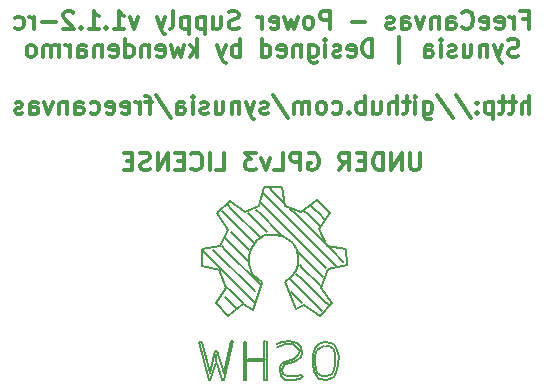
<source format=gbo>
G04 #@! TF.FileFunction,Legend,Bot*
%FSLAX46Y46*%
G04 Gerber Fmt 4.6, Leading zero omitted, Abs format (unit mm)*
G04 Created by KiCad (PCBNEW 0.201508110901+6083~28~ubuntu14.04.1-product) date mar 18 ago 2015 19:46:52 CEST*
%MOMM*%
G01*
G04 APERTURE LIST*
%ADD10C,0.101600*%
%ADD11C,0.300000*%
%ADD12C,0.150000*%
G04 APERTURE END LIST*
D10*
D11*
X143769284Y-54852857D02*
X144269284Y-54852857D01*
X144269284Y-55638571D02*
X144269284Y-54138571D01*
X143554998Y-54138571D01*
X142983570Y-55638571D02*
X142983570Y-54638571D01*
X142983570Y-54924286D02*
X142912142Y-54781429D01*
X142840713Y-54710000D01*
X142697856Y-54638571D01*
X142554999Y-54638571D01*
X141483571Y-55567143D02*
X141626428Y-55638571D01*
X141912142Y-55638571D01*
X142054999Y-55567143D01*
X142126428Y-55424286D01*
X142126428Y-54852857D01*
X142054999Y-54710000D01*
X141912142Y-54638571D01*
X141626428Y-54638571D01*
X141483571Y-54710000D01*
X141412142Y-54852857D01*
X141412142Y-54995714D01*
X142126428Y-55138571D01*
X140197857Y-55567143D02*
X140340714Y-55638571D01*
X140626428Y-55638571D01*
X140769285Y-55567143D01*
X140840714Y-55424286D01*
X140840714Y-54852857D01*
X140769285Y-54710000D01*
X140626428Y-54638571D01*
X140340714Y-54638571D01*
X140197857Y-54710000D01*
X140126428Y-54852857D01*
X140126428Y-54995714D01*
X140840714Y-55138571D01*
X138626428Y-55495714D02*
X138697857Y-55567143D01*
X138912143Y-55638571D01*
X139055000Y-55638571D01*
X139269285Y-55567143D01*
X139412143Y-55424286D01*
X139483571Y-55281429D01*
X139555000Y-54995714D01*
X139555000Y-54781429D01*
X139483571Y-54495714D01*
X139412143Y-54352857D01*
X139269285Y-54210000D01*
X139055000Y-54138571D01*
X138912143Y-54138571D01*
X138697857Y-54210000D01*
X138626428Y-54281429D01*
X137340714Y-55638571D02*
X137340714Y-54852857D01*
X137412143Y-54710000D01*
X137555000Y-54638571D01*
X137840714Y-54638571D01*
X137983571Y-54710000D01*
X137340714Y-55567143D02*
X137483571Y-55638571D01*
X137840714Y-55638571D01*
X137983571Y-55567143D01*
X138055000Y-55424286D01*
X138055000Y-55281429D01*
X137983571Y-55138571D01*
X137840714Y-55067143D01*
X137483571Y-55067143D01*
X137340714Y-54995714D01*
X136626428Y-54638571D02*
X136626428Y-55638571D01*
X136626428Y-54781429D02*
X136555000Y-54710000D01*
X136412142Y-54638571D01*
X136197857Y-54638571D01*
X136055000Y-54710000D01*
X135983571Y-54852857D01*
X135983571Y-55638571D01*
X135412142Y-54638571D02*
X135054999Y-55638571D01*
X134697857Y-54638571D01*
X133483571Y-55638571D02*
X133483571Y-54852857D01*
X133555000Y-54710000D01*
X133697857Y-54638571D01*
X133983571Y-54638571D01*
X134126428Y-54710000D01*
X133483571Y-55567143D02*
X133626428Y-55638571D01*
X133983571Y-55638571D01*
X134126428Y-55567143D01*
X134197857Y-55424286D01*
X134197857Y-55281429D01*
X134126428Y-55138571D01*
X133983571Y-55067143D01*
X133626428Y-55067143D01*
X133483571Y-54995714D01*
X132840714Y-55567143D02*
X132697857Y-55638571D01*
X132412142Y-55638571D01*
X132269285Y-55567143D01*
X132197857Y-55424286D01*
X132197857Y-55352857D01*
X132269285Y-55210000D01*
X132412142Y-55138571D01*
X132626428Y-55138571D01*
X132769285Y-55067143D01*
X132840714Y-54924286D01*
X132840714Y-54852857D01*
X132769285Y-54710000D01*
X132626428Y-54638571D01*
X132412142Y-54638571D01*
X132269285Y-54710000D01*
X130412142Y-55067143D02*
X129269285Y-55067143D01*
X127412142Y-55638571D02*
X127412142Y-54138571D01*
X126840714Y-54138571D01*
X126697856Y-54210000D01*
X126626428Y-54281429D01*
X126554999Y-54424286D01*
X126554999Y-54638571D01*
X126626428Y-54781429D01*
X126697856Y-54852857D01*
X126840714Y-54924286D01*
X127412142Y-54924286D01*
X125697856Y-55638571D02*
X125840714Y-55567143D01*
X125912142Y-55495714D01*
X125983571Y-55352857D01*
X125983571Y-54924286D01*
X125912142Y-54781429D01*
X125840714Y-54710000D01*
X125697856Y-54638571D01*
X125483571Y-54638571D01*
X125340714Y-54710000D01*
X125269285Y-54781429D01*
X125197856Y-54924286D01*
X125197856Y-55352857D01*
X125269285Y-55495714D01*
X125340714Y-55567143D01*
X125483571Y-55638571D01*
X125697856Y-55638571D01*
X124697856Y-54638571D02*
X124412142Y-55638571D01*
X124126428Y-54924286D01*
X123840713Y-55638571D01*
X123554999Y-54638571D01*
X122412142Y-55567143D02*
X122554999Y-55638571D01*
X122840713Y-55638571D01*
X122983570Y-55567143D01*
X123054999Y-55424286D01*
X123054999Y-54852857D01*
X122983570Y-54710000D01*
X122840713Y-54638571D01*
X122554999Y-54638571D01*
X122412142Y-54710000D01*
X122340713Y-54852857D01*
X122340713Y-54995714D01*
X123054999Y-55138571D01*
X121697856Y-55638571D02*
X121697856Y-54638571D01*
X121697856Y-54924286D02*
X121626428Y-54781429D01*
X121554999Y-54710000D01*
X121412142Y-54638571D01*
X121269285Y-54638571D01*
X119697857Y-55567143D02*
X119483571Y-55638571D01*
X119126428Y-55638571D01*
X118983571Y-55567143D01*
X118912142Y-55495714D01*
X118840714Y-55352857D01*
X118840714Y-55210000D01*
X118912142Y-55067143D01*
X118983571Y-54995714D01*
X119126428Y-54924286D01*
X119412142Y-54852857D01*
X119555000Y-54781429D01*
X119626428Y-54710000D01*
X119697857Y-54567143D01*
X119697857Y-54424286D01*
X119626428Y-54281429D01*
X119555000Y-54210000D01*
X119412142Y-54138571D01*
X119055000Y-54138571D01*
X118840714Y-54210000D01*
X117555000Y-54638571D02*
X117555000Y-55638571D01*
X118197857Y-54638571D02*
X118197857Y-55424286D01*
X118126429Y-55567143D01*
X117983571Y-55638571D01*
X117769286Y-55638571D01*
X117626429Y-55567143D01*
X117555000Y-55495714D01*
X116840714Y-54638571D02*
X116840714Y-56138571D01*
X116840714Y-54710000D02*
X116697857Y-54638571D01*
X116412143Y-54638571D01*
X116269286Y-54710000D01*
X116197857Y-54781429D01*
X116126428Y-54924286D01*
X116126428Y-55352857D01*
X116197857Y-55495714D01*
X116269286Y-55567143D01*
X116412143Y-55638571D01*
X116697857Y-55638571D01*
X116840714Y-55567143D01*
X115483571Y-54638571D02*
X115483571Y-56138571D01*
X115483571Y-54710000D02*
X115340714Y-54638571D01*
X115055000Y-54638571D01*
X114912143Y-54710000D01*
X114840714Y-54781429D01*
X114769285Y-54924286D01*
X114769285Y-55352857D01*
X114840714Y-55495714D01*
X114912143Y-55567143D01*
X115055000Y-55638571D01*
X115340714Y-55638571D01*
X115483571Y-55567143D01*
X113912142Y-55638571D02*
X114055000Y-55567143D01*
X114126428Y-55424286D01*
X114126428Y-54138571D01*
X113483571Y-54638571D02*
X113126428Y-55638571D01*
X112769286Y-54638571D02*
X113126428Y-55638571D01*
X113269286Y-55995714D01*
X113340714Y-56067143D01*
X113483571Y-56138571D01*
X111197857Y-54638571D02*
X110840714Y-55638571D01*
X110483572Y-54638571D01*
X109126429Y-55638571D02*
X109983572Y-55638571D01*
X109555000Y-55638571D02*
X109555000Y-54138571D01*
X109697857Y-54352857D01*
X109840715Y-54495714D01*
X109983572Y-54567143D01*
X108483572Y-55495714D02*
X108412144Y-55567143D01*
X108483572Y-55638571D01*
X108555001Y-55567143D01*
X108483572Y-55495714D01*
X108483572Y-55638571D01*
X106983572Y-55638571D02*
X107840715Y-55638571D01*
X107412143Y-55638571D02*
X107412143Y-54138571D01*
X107555000Y-54352857D01*
X107697858Y-54495714D01*
X107840715Y-54567143D01*
X106340715Y-55495714D02*
X106269287Y-55567143D01*
X106340715Y-55638571D01*
X106412144Y-55567143D01*
X106340715Y-55495714D01*
X106340715Y-55638571D01*
X105697858Y-54281429D02*
X105626429Y-54210000D01*
X105483572Y-54138571D01*
X105126429Y-54138571D01*
X104983572Y-54210000D01*
X104912143Y-54281429D01*
X104840715Y-54424286D01*
X104840715Y-54567143D01*
X104912143Y-54781429D01*
X105769286Y-55638571D01*
X104840715Y-55638571D01*
X104197858Y-55067143D02*
X103055001Y-55067143D01*
X102340715Y-55638571D02*
X102340715Y-54638571D01*
X102340715Y-54924286D02*
X102269287Y-54781429D01*
X102197858Y-54710000D01*
X102055001Y-54638571D01*
X101912144Y-54638571D01*
X100769287Y-55567143D02*
X100912144Y-55638571D01*
X101197858Y-55638571D01*
X101340716Y-55567143D01*
X101412144Y-55495714D01*
X101483573Y-55352857D01*
X101483573Y-54924286D01*
X101412144Y-54781429D01*
X101340716Y-54710000D01*
X101197858Y-54638571D01*
X100912144Y-54638571D01*
X100769287Y-54710000D01*
X143376429Y-57967143D02*
X143162143Y-58038571D01*
X142805000Y-58038571D01*
X142662143Y-57967143D01*
X142590714Y-57895714D01*
X142519286Y-57752857D01*
X142519286Y-57610000D01*
X142590714Y-57467143D01*
X142662143Y-57395714D01*
X142805000Y-57324286D01*
X143090714Y-57252857D01*
X143233572Y-57181429D01*
X143305000Y-57110000D01*
X143376429Y-56967143D01*
X143376429Y-56824286D01*
X143305000Y-56681429D01*
X143233572Y-56610000D01*
X143090714Y-56538571D01*
X142733572Y-56538571D01*
X142519286Y-56610000D01*
X142019286Y-57038571D02*
X141662143Y-58038571D01*
X141305001Y-57038571D02*
X141662143Y-58038571D01*
X141805001Y-58395714D01*
X141876429Y-58467143D01*
X142019286Y-58538571D01*
X140733572Y-57038571D02*
X140733572Y-58038571D01*
X140733572Y-57181429D02*
X140662144Y-57110000D01*
X140519286Y-57038571D01*
X140305001Y-57038571D01*
X140162144Y-57110000D01*
X140090715Y-57252857D01*
X140090715Y-58038571D01*
X138733572Y-57038571D02*
X138733572Y-58038571D01*
X139376429Y-57038571D02*
X139376429Y-57824286D01*
X139305001Y-57967143D01*
X139162143Y-58038571D01*
X138947858Y-58038571D01*
X138805001Y-57967143D01*
X138733572Y-57895714D01*
X138090715Y-57967143D02*
X137947858Y-58038571D01*
X137662143Y-58038571D01*
X137519286Y-57967143D01*
X137447858Y-57824286D01*
X137447858Y-57752857D01*
X137519286Y-57610000D01*
X137662143Y-57538571D01*
X137876429Y-57538571D01*
X138019286Y-57467143D01*
X138090715Y-57324286D01*
X138090715Y-57252857D01*
X138019286Y-57110000D01*
X137876429Y-57038571D01*
X137662143Y-57038571D01*
X137519286Y-57110000D01*
X136805000Y-58038571D02*
X136805000Y-57038571D01*
X136805000Y-56538571D02*
X136876429Y-56610000D01*
X136805000Y-56681429D01*
X136733572Y-56610000D01*
X136805000Y-56538571D01*
X136805000Y-56681429D01*
X135447857Y-58038571D02*
X135447857Y-57252857D01*
X135519286Y-57110000D01*
X135662143Y-57038571D01*
X135947857Y-57038571D01*
X136090714Y-57110000D01*
X135447857Y-57967143D02*
X135590714Y-58038571D01*
X135947857Y-58038571D01*
X136090714Y-57967143D01*
X136162143Y-57824286D01*
X136162143Y-57681429D01*
X136090714Y-57538571D01*
X135947857Y-57467143D01*
X135590714Y-57467143D01*
X135447857Y-57395714D01*
X133233571Y-58538571D02*
X133233571Y-56395714D01*
X131019286Y-58038571D02*
X131019286Y-56538571D01*
X130662143Y-56538571D01*
X130447858Y-56610000D01*
X130305000Y-56752857D01*
X130233572Y-56895714D01*
X130162143Y-57181429D01*
X130162143Y-57395714D01*
X130233572Y-57681429D01*
X130305000Y-57824286D01*
X130447858Y-57967143D01*
X130662143Y-58038571D01*
X131019286Y-58038571D01*
X128947858Y-57967143D02*
X129090715Y-58038571D01*
X129376429Y-58038571D01*
X129519286Y-57967143D01*
X129590715Y-57824286D01*
X129590715Y-57252857D01*
X129519286Y-57110000D01*
X129376429Y-57038571D01*
X129090715Y-57038571D01*
X128947858Y-57110000D01*
X128876429Y-57252857D01*
X128876429Y-57395714D01*
X129590715Y-57538571D01*
X128305001Y-57967143D02*
X128162144Y-58038571D01*
X127876429Y-58038571D01*
X127733572Y-57967143D01*
X127662144Y-57824286D01*
X127662144Y-57752857D01*
X127733572Y-57610000D01*
X127876429Y-57538571D01*
X128090715Y-57538571D01*
X128233572Y-57467143D01*
X128305001Y-57324286D01*
X128305001Y-57252857D01*
X128233572Y-57110000D01*
X128090715Y-57038571D01*
X127876429Y-57038571D01*
X127733572Y-57110000D01*
X127019286Y-58038571D02*
X127019286Y-57038571D01*
X127019286Y-56538571D02*
X127090715Y-56610000D01*
X127019286Y-56681429D01*
X126947858Y-56610000D01*
X127019286Y-56538571D01*
X127019286Y-56681429D01*
X125662143Y-57038571D02*
X125662143Y-58252857D01*
X125733572Y-58395714D01*
X125805000Y-58467143D01*
X125947857Y-58538571D01*
X126162143Y-58538571D01*
X126305000Y-58467143D01*
X125662143Y-57967143D02*
X125805000Y-58038571D01*
X126090714Y-58038571D01*
X126233572Y-57967143D01*
X126305000Y-57895714D01*
X126376429Y-57752857D01*
X126376429Y-57324286D01*
X126305000Y-57181429D01*
X126233572Y-57110000D01*
X126090714Y-57038571D01*
X125805000Y-57038571D01*
X125662143Y-57110000D01*
X124947857Y-57038571D02*
X124947857Y-58038571D01*
X124947857Y-57181429D02*
X124876429Y-57110000D01*
X124733571Y-57038571D01*
X124519286Y-57038571D01*
X124376429Y-57110000D01*
X124305000Y-57252857D01*
X124305000Y-58038571D01*
X123019286Y-57967143D02*
X123162143Y-58038571D01*
X123447857Y-58038571D01*
X123590714Y-57967143D01*
X123662143Y-57824286D01*
X123662143Y-57252857D01*
X123590714Y-57110000D01*
X123447857Y-57038571D01*
X123162143Y-57038571D01*
X123019286Y-57110000D01*
X122947857Y-57252857D01*
X122947857Y-57395714D01*
X123662143Y-57538571D01*
X121662143Y-58038571D02*
X121662143Y-56538571D01*
X121662143Y-57967143D02*
X121805000Y-58038571D01*
X122090714Y-58038571D01*
X122233572Y-57967143D01*
X122305000Y-57895714D01*
X122376429Y-57752857D01*
X122376429Y-57324286D01*
X122305000Y-57181429D01*
X122233572Y-57110000D01*
X122090714Y-57038571D01*
X121805000Y-57038571D01*
X121662143Y-57110000D01*
X119805000Y-58038571D02*
X119805000Y-56538571D01*
X119805000Y-57110000D02*
X119662143Y-57038571D01*
X119376429Y-57038571D01*
X119233572Y-57110000D01*
X119162143Y-57181429D01*
X119090714Y-57324286D01*
X119090714Y-57752857D01*
X119162143Y-57895714D01*
X119233572Y-57967143D01*
X119376429Y-58038571D01*
X119662143Y-58038571D01*
X119805000Y-57967143D01*
X118590714Y-57038571D02*
X118233571Y-58038571D01*
X117876429Y-57038571D02*
X118233571Y-58038571D01*
X118376429Y-58395714D01*
X118447857Y-58467143D01*
X118590714Y-58538571D01*
X116162143Y-58038571D02*
X116162143Y-56538571D01*
X116019286Y-57467143D02*
X115590715Y-58038571D01*
X115590715Y-57038571D02*
X116162143Y-57610000D01*
X115090714Y-57038571D02*
X114805000Y-58038571D01*
X114519286Y-57324286D01*
X114233571Y-58038571D01*
X113947857Y-57038571D01*
X112805000Y-57967143D02*
X112947857Y-58038571D01*
X113233571Y-58038571D01*
X113376428Y-57967143D01*
X113447857Y-57824286D01*
X113447857Y-57252857D01*
X113376428Y-57110000D01*
X113233571Y-57038571D01*
X112947857Y-57038571D01*
X112805000Y-57110000D01*
X112733571Y-57252857D01*
X112733571Y-57395714D01*
X113447857Y-57538571D01*
X112090714Y-57038571D02*
X112090714Y-58038571D01*
X112090714Y-57181429D02*
X112019286Y-57110000D01*
X111876428Y-57038571D01*
X111662143Y-57038571D01*
X111519286Y-57110000D01*
X111447857Y-57252857D01*
X111447857Y-58038571D01*
X110090714Y-58038571D02*
X110090714Y-56538571D01*
X110090714Y-57967143D02*
X110233571Y-58038571D01*
X110519285Y-58038571D01*
X110662143Y-57967143D01*
X110733571Y-57895714D01*
X110805000Y-57752857D01*
X110805000Y-57324286D01*
X110733571Y-57181429D01*
X110662143Y-57110000D01*
X110519285Y-57038571D01*
X110233571Y-57038571D01*
X110090714Y-57110000D01*
X108805000Y-57967143D02*
X108947857Y-58038571D01*
X109233571Y-58038571D01*
X109376428Y-57967143D01*
X109447857Y-57824286D01*
X109447857Y-57252857D01*
X109376428Y-57110000D01*
X109233571Y-57038571D01*
X108947857Y-57038571D01*
X108805000Y-57110000D01*
X108733571Y-57252857D01*
X108733571Y-57395714D01*
X109447857Y-57538571D01*
X108090714Y-57038571D02*
X108090714Y-58038571D01*
X108090714Y-57181429D02*
X108019286Y-57110000D01*
X107876428Y-57038571D01*
X107662143Y-57038571D01*
X107519286Y-57110000D01*
X107447857Y-57252857D01*
X107447857Y-58038571D01*
X106090714Y-58038571D02*
X106090714Y-57252857D01*
X106162143Y-57110000D01*
X106305000Y-57038571D01*
X106590714Y-57038571D01*
X106733571Y-57110000D01*
X106090714Y-57967143D02*
X106233571Y-58038571D01*
X106590714Y-58038571D01*
X106733571Y-57967143D01*
X106805000Y-57824286D01*
X106805000Y-57681429D01*
X106733571Y-57538571D01*
X106590714Y-57467143D01*
X106233571Y-57467143D01*
X106090714Y-57395714D01*
X105376428Y-58038571D02*
X105376428Y-57038571D01*
X105376428Y-57324286D02*
X105305000Y-57181429D01*
X105233571Y-57110000D01*
X105090714Y-57038571D01*
X104947857Y-57038571D01*
X104447857Y-58038571D02*
X104447857Y-57038571D01*
X104447857Y-57181429D02*
X104376429Y-57110000D01*
X104233571Y-57038571D01*
X104019286Y-57038571D01*
X103876429Y-57110000D01*
X103805000Y-57252857D01*
X103805000Y-58038571D01*
X103805000Y-57252857D02*
X103733571Y-57110000D01*
X103590714Y-57038571D01*
X103376429Y-57038571D01*
X103233571Y-57110000D01*
X103162143Y-57252857D01*
X103162143Y-58038571D01*
X102233571Y-58038571D02*
X102376429Y-57967143D01*
X102447857Y-57895714D01*
X102519286Y-57752857D01*
X102519286Y-57324286D01*
X102447857Y-57181429D01*
X102376429Y-57110000D01*
X102233571Y-57038571D01*
X102019286Y-57038571D01*
X101876429Y-57110000D01*
X101805000Y-57181429D01*
X101733571Y-57324286D01*
X101733571Y-57752857D01*
X101805000Y-57895714D01*
X101876429Y-57967143D01*
X102019286Y-58038571D01*
X102233571Y-58038571D01*
X144305002Y-62838571D02*
X144305002Y-61338571D01*
X143662145Y-62838571D02*
X143662145Y-62052857D01*
X143733574Y-61910000D01*
X143876431Y-61838571D01*
X144090716Y-61838571D01*
X144233574Y-61910000D01*
X144305002Y-61981429D01*
X143162145Y-61838571D02*
X142590716Y-61838571D01*
X142947859Y-61338571D02*
X142947859Y-62624286D01*
X142876431Y-62767143D01*
X142733573Y-62838571D01*
X142590716Y-62838571D01*
X142305002Y-61838571D02*
X141733573Y-61838571D01*
X142090716Y-61338571D02*
X142090716Y-62624286D01*
X142019288Y-62767143D01*
X141876430Y-62838571D01*
X141733573Y-62838571D01*
X141233573Y-61838571D02*
X141233573Y-63338571D01*
X141233573Y-61910000D02*
X141090716Y-61838571D01*
X140805002Y-61838571D01*
X140662145Y-61910000D01*
X140590716Y-61981429D01*
X140519287Y-62124286D01*
X140519287Y-62552857D01*
X140590716Y-62695714D01*
X140662145Y-62767143D01*
X140805002Y-62838571D01*
X141090716Y-62838571D01*
X141233573Y-62767143D01*
X139876430Y-62695714D02*
X139805002Y-62767143D01*
X139876430Y-62838571D01*
X139947859Y-62767143D01*
X139876430Y-62695714D01*
X139876430Y-62838571D01*
X139876430Y-61910000D02*
X139805002Y-61981429D01*
X139876430Y-62052857D01*
X139947859Y-61981429D01*
X139876430Y-61910000D01*
X139876430Y-62052857D01*
X138090716Y-61267143D02*
X139376430Y-63195714D01*
X136519287Y-61267143D02*
X137805001Y-63195714D01*
X135376429Y-61838571D02*
X135376429Y-63052857D01*
X135447858Y-63195714D01*
X135519286Y-63267143D01*
X135662143Y-63338571D01*
X135876429Y-63338571D01*
X136019286Y-63267143D01*
X135376429Y-62767143D02*
X135519286Y-62838571D01*
X135805000Y-62838571D01*
X135947858Y-62767143D01*
X136019286Y-62695714D01*
X136090715Y-62552857D01*
X136090715Y-62124286D01*
X136019286Y-61981429D01*
X135947858Y-61910000D01*
X135805000Y-61838571D01*
X135519286Y-61838571D01*
X135376429Y-61910000D01*
X134662143Y-62838571D02*
X134662143Y-61838571D01*
X134662143Y-61338571D02*
X134733572Y-61410000D01*
X134662143Y-61481429D01*
X134590715Y-61410000D01*
X134662143Y-61338571D01*
X134662143Y-61481429D01*
X134162143Y-61838571D02*
X133590714Y-61838571D01*
X133947857Y-61338571D02*
X133947857Y-62624286D01*
X133876429Y-62767143D01*
X133733571Y-62838571D01*
X133590714Y-62838571D01*
X133090714Y-62838571D02*
X133090714Y-61338571D01*
X132447857Y-62838571D02*
X132447857Y-62052857D01*
X132519286Y-61910000D01*
X132662143Y-61838571D01*
X132876428Y-61838571D01*
X133019286Y-61910000D01*
X133090714Y-61981429D01*
X131090714Y-61838571D02*
X131090714Y-62838571D01*
X131733571Y-61838571D02*
X131733571Y-62624286D01*
X131662143Y-62767143D01*
X131519285Y-62838571D01*
X131305000Y-62838571D01*
X131162143Y-62767143D01*
X131090714Y-62695714D01*
X130376428Y-62838571D02*
X130376428Y-61338571D01*
X130376428Y-61910000D02*
X130233571Y-61838571D01*
X129947857Y-61838571D01*
X129805000Y-61910000D01*
X129733571Y-61981429D01*
X129662142Y-62124286D01*
X129662142Y-62552857D01*
X129733571Y-62695714D01*
X129805000Y-62767143D01*
X129947857Y-62838571D01*
X130233571Y-62838571D01*
X130376428Y-62767143D01*
X129019285Y-62695714D02*
X128947857Y-62767143D01*
X129019285Y-62838571D01*
X129090714Y-62767143D01*
X129019285Y-62695714D01*
X129019285Y-62838571D01*
X127662142Y-62767143D02*
X127804999Y-62838571D01*
X128090713Y-62838571D01*
X128233571Y-62767143D01*
X128304999Y-62695714D01*
X128376428Y-62552857D01*
X128376428Y-62124286D01*
X128304999Y-61981429D01*
X128233571Y-61910000D01*
X128090713Y-61838571D01*
X127804999Y-61838571D01*
X127662142Y-61910000D01*
X126804999Y-62838571D02*
X126947857Y-62767143D01*
X127019285Y-62695714D01*
X127090714Y-62552857D01*
X127090714Y-62124286D01*
X127019285Y-61981429D01*
X126947857Y-61910000D01*
X126804999Y-61838571D01*
X126590714Y-61838571D01*
X126447857Y-61910000D01*
X126376428Y-61981429D01*
X126304999Y-62124286D01*
X126304999Y-62552857D01*
X126376428Y-62695714D01*
X126447857Y-62767143D01*
X126590714Y-62838571D01*
X126804999Y-62838571D01*
X125662142Y-62838571D02*
X125662142Y-61838571D01*
X125662142Y-61981429D02*
X125590714Y-61910000D01*
X125447856Y-61838571D01*
X125233571Y-61838571D01*
X125090714Y-61910000D01*
X125019285Y-62052857D01*
X125019285Y-62838571D01*
X125019285Y-62052857D02*
X124947856Y-61910000D01*
X124804999Y-61838571D01*
X124590714Y-61838571D01*
X124447856Y-61910000D01*
X124376428Y-62052857D01*
X124376428Y-62838571D01*
X122590714Y-61267143D02*
X123876428Y-63195714D01*
X122162142Y-62767143D02*
X122019285Y-62838571D01*
X121733570Y-62838571D01*
X121590713Y-62767143D01*
X121519285Y-62624286D01*
X121519285Y-62552857D01*
X121590713Y-62410000D01*
X121733570Y-62338571D01*
X121947856Y-62338571D01*
X122090713Y-62267143D01*
X122162142Y-62124286D01*
X122162142Y-62052857D01*
X122090713Y-61910000D01*
X121947856Y-61838571D01*
X121733570Y-61838571D01*
X121590713Y-61910000D01*
X121019284Y-61838571D02*
X120662141Y-62838571D01*
X120304999Y-61838571D02*
X120662141Y-62838571D01*
X120804999Y-63195714D01*
X120876427Y-63267143D01*
X121019284Y-63338571D01*
X119733570Y-61838571D02*
X119733570Y-62838571D01*
X119733570Y-61981429D02*
X119662142Y-61910000D01*
X119519284Y-61838571D01*
X119304999Y-61838571D01*
X119162142Y-61910000D01*
X119090713Y-62052857D01*
X119090713Y-62838571D01*
X117733570Y-61838571D02*
X117733570Y-62838571D01*
X118376427Y-61838571D02*
X118376427Y-62624286D01*
X118304999Y-62767143D01*
X118162141Y-62838571D01*
X117947856Y-62838571D01*
X117804999Y-62767143D01*
X117733570Y-62695714D01*
X117090713Y-62767143D02*
X116947856Y-62838571D01*
X116662141Y-62838571D01*
X116519284Y-62767143D01*
X116447856Y-62624286D01*
X116447856Y-62552857D01*
X116519284Y-62410000D01*
X116662141Y-62338571D01*
X116876427Y-62338571D01*
X117019284Y-62267143D01*
X117090713Y-62124286D01*
X117090713Y-62052857D01*
X117019284Y-61910000D01*
X116876427Y-61838571D01*
X116662141Y-61838571D01*
X116519284Y-61910000D01*
X115804998Y-62838571D02*
X115804998Y-61838571D01*
X115804998Y-61338571D02*
X115876427Y-61410000D01*
X115804998Y-61481429D01*
X115733570Y-61410000D01*
X115804998Y-61338571D01*
X115804998Y-61481429D01*
X114447855Y-62838571D02*
X114447855Y-62052857D01*
X114519284Y-61910000D01*
X114662141Y-61838571D01*
X114947855Y-61838571D01*
X115090712Y-61910000D01*
X114447855Y-62767143D02*
X114590712Y-62838571D01*
X114947855Y-62838571D01*
X115090712Y-62767143D01*
X115162141Y-62624286D01*
X115162141Y-62481429D01*
X115090712Y-62338571D01*
X114947855Y-62267143D01*
X114590712Y-62267143D01*
X114447855Y-62195714D01*
X112662141Y-61267143D02*
X113947855Y-63195714D01*
X112376426Y-61838571D02*
X111804997Y-61838571D01*
X112162140Y-62838571D02*
X112162140Y-61552857D01*
X112090712Y-61410000D01*
X111947854Y-61338571D01*
X111804997Y-61338571D01*
X111304997Y-62838571D02*
X111304997Y-61838571D01*
X111304997Y-62124286D02*
X111233569Y-61981429D01*
X111162140Y-61910000D01*
X111019283Y-61838571D01*
X110876426Y-61838571D01*
X109804998Y-62767143D02*
X109947855Y-62838571D01*
X110233569Y-62838571D01*
X110376426Y-62767143D01*
X110447855Y-62624286D01*
X110447855Y-62052857D01*
X110376426Y-61910000D01*
X110233569Y-61838571D01*
X109947855Y-61838571D01*
X109804998Y-61910000D01*
X109733569Y-62052857D01*
X109733569Y-62195714D01*
X110447855Y-62338571D01*
X108519284Y-62767143D02*
X108662141Y-62838571D01*
X108947855Y-62838571D01*
X109090712Y-62767143D01*
X109162141Y-62624286D01*
X109162141Y-62052857D01*
X109090712Y-61910000D01*
X108947855Y-61838571D01*
X108662141Y-61838571D01*
X108519284Y-61910000D01*
X108447855Y-62052857D01*
X108447855Y-62195714D01*
X109162141Y-62338571D01*
X107162141Y-62767143D02*
X107304998Y-62838571D01*
X107590712Y-62838571D01*
X107733570Y-62767143D01*
X107804998Y-62695714D01*
X107876427Y-62552857D01*
X107876427Y-62124286D01*
X107804998Y-61981429D01*
X107733570Y-61910000D01*
X107590712Y-61838571D01*
X107304998Y-61838571D01*
X107162141Y-61910000D01*
X105876427Y-62838571D02*
X105876427Y-62052857D01*
X105947856Y-61910000D01*
X106090713Y-61838571D01*
X106376427Y-61838571D01*
X106519284Y-61910000D01*
X105876427Y-62767143D02*
X106019284Y-62838571D01*
X106376427Y-62838571D01*
X106519284Y-62767143D01*
X106590713Y-62624286D01*
X106590713Y-62481429D01*
X106519284Y-62338571D01*
X106376427Y-62267143D01*
X106019284Y-62267143D01*
X105876427Y-62195714D01*
X105162141Y-61838571D02*
X105162141Y-62838571D01*
X105162141Y-61981429D02*
X105090713Y-61910000D01*
X104947855Y-61838571D01*
X104733570Y-61838571D01*
X104590713Y-61910000D01*
X104519284Y-62052857D01*
X104519284Y-62838571D01*
X103947855Y-61838571D02*
X103590712Y-62838571D01*
X103233570Y-61838571D01*
X102019284Y-62838571D02*
X102019284Y-62052857D01*
X102090713Y-61910000D01*
X102233570Y-61838571D01*
X102519284Y-61838571D01*
X102662141Y-61910000D01*
X102019284Y-62767143D02*
X102162141Y-62838571D01*
X102519284Y-62838571D01*
X102662141Y-62767143D01*
X102733570Y-62624286D01*
X102733570Y-62481429D01*
X102662141Y-62338571D01*
X102519284Y-62267143D01*
X102162141Y-62267143D01*
X102019284Y-62195714D01*
X101376427Y-62767143D02*
X101233570Y-62838571D01*
X100947855Y-62838571D01*
X100804998Y-62767143D01*
X100733570Y-62624286D01*
X100733570Y-62552857D01*
X100804998Y-62410000D01*
X100947855Y-62338571D01*
X101162141Y-62338571D01*
X101304998Y-62267143D01*
X101376427Y-62124286D01*
X101376427Y-62052857D01*
X101304998Y-61910000D01*
X101162141Y-61838571D01*
X100947855Y-61838571D01*
X100804998Y-61910000D01*
X135055000Y-66138571D02*
X135055000Y-67352857D01*
X134983572Y-67495714D01*
X134912143Y-67567143D01*
X134769286Y-67638571D01*
X134483572Y-67638571D01*
X134340714Y-67567143D01*
X134269286Y-67495714D01*
X134197857Y-67352857D01*
X134197857Y-66138571D01*
X133483571Y-67638571D02*
X133483571Y-66138571D01*
X132626428Y-67638571D01*
X132626428Y-66138571D01*
X131912142Y-67638571D02*
X131912142Y-66138571D01*
X131554999Y-66138571D01*
X131340714Y-66210000D01*
X131197856Y-66352857D01*
X131126428Y-66495714D01*
X131054999Y-66781429D01*
X131054999Y-66995714D01*
X131126428Y-67281429D01*
X131197856Y-67424286D01*
X131340714Y-67567143D01*
X131554999Y-67638571D01*
X131912142Y-67638571D01*
X130412142Y-66852857D02*
X129912142Y-66852857D01*
X129697856Y-67638571D02*
X130412142Y-67638571D01*
X130412142Y-66138571D01*
X129697856Y-66138571D01*
X128197856Y-67638571D02*
X128697856Y-66924286D01*
X129054999Y-67638571D02*
X129054999Y-66138571D01*
X128483571Y-66138571D01*
X128340713Y-66210000D01*
X128269285Y-66281429D01*
X128197856Y-66424286D01*
X128197856Y-66638571D01*
X128269285Y-66781429D01*
X128340713Y-66852857D01*
X128483571Y-66924286D01*
X129054999Y-66924286D01*
X125626428Y-66210000D02*
X125769285Y-66138571D01*
X125983571Y-66138571D01*
X126197856Y-66210000D01*
X126340714Y-66352857D01*
X126412142Y-66495714D01*
X126483571Y-66781429D01*
X126483571Y-66995714D01*
X126412142Y-67281429D01*
X126340714Y-67424286D01*
X126197856Y-67567143D01*
X125983571Y-67638571D01*
X125840714Y-67638571D01*
X125626428Y-67567143D01*
X125554999Y-67495714D01*
X125554999Y-66995714D01*
X125840714Y-66995714D01*
X124912142Y-67638571D02*
X124912142Y-66138571D01*
X124340714Y-66138571D01*
X124197856Y-66210000D01*
X124126428Y-66281429D01*
X124054999Y-66424286D01*
X124054999Y-66638571D01*
X124126428Y-66781429D01*
X124197856Y-66852857D01*
X124340714Y-66924286D01*
X124912142Y-66924286D01*
X122697856Y-67638571D02*
X123412142Y-67638571D01*
X123412142Y-66138571D01*
X122340713Y-66638571D02*
X121983570Y-67638571D01*
X121626428Y-66638571D01*
X121197856Y-66138571D02*
X120269285Y-66138571D01*
X120769285Y-66710000D01*
X120554999Y-66710000D01*
X120412142Y-66781429D01*
X120340713Y-66852857D01*
X120269285Y-66995714D01*
X120269285Y-67352857D01*
X120340713Y-67495714D01*
X120412142Y-67567143D01*
X120554999Y-67638571D01*
X120983571Y-67638571D01*
X121126428Y-67567143D01*
X121197856Y-67495714D01*
X117769285Y-67638571D02*
X118483571Y-67638571D01*
X118483571Y-66138571D01*
X117269285Y-67638571D02*
X117269285Y-66138571D01*
X115697856Y-67495714D02*
X115769285Y-67567143D01*
X115983571Y-67638571D01*
X116126428Y-67638571D01*
X116340713Y-67567143D01*
X116483571Y-67424286D01*
X116554999Y-67281429D01*
X116626428Y-66995714D01*
X116626428Y-66781429D01*
X116554999Y-66495714D01*
X116483571Y-66352857D01*
X116340713Y-66210000D01*
X116126428Y-66138571D01*
X115983571Y-66138571D01*
X115769285Y-66210000D01*
X115697856Y-66281429D01*
X115054999Y-66852857D02*
X114554999Y-66852857D01*
X114340713Y-67638571D02*
X115054999Y-67638571D01*
X115054999Y-66138571D01*
X114340713Y-66138571D01*
X113697856Y-67638571D02*
X113697856Y-66138571D01*
X112840713Y-67638571D01*
X112840713Y-66138571D01*
X112197856Y-67567143D02*
X111983570Y-67638571D01*
X111626427Y-67638571D01*
X111483570Y-67567143D01*
X111412141Y-67495714D01*
X111340713Y-67352857D01*
X111340713Y-67210000D01*
X111412141Y-67067143D01*
X111483570Y-66995714D01*
X111626427Y-66924286D01*
X111912141Y-66852857D01*
X112054999Y-66781429D01*
X112126427Y-66710000D01*
X112197856Y-66567143D01*
X112197856Y-66424286D01*
X112126427Y-66281429D01*
X112054999Y-66210000D01*
X111912141Y-66138571D01*
X111554999Y-66138571D01*
X111340713Y-66210000D01*
X110697856Y-66852857D02*
X110197856Y-66852857D01*
X109983570Y-67638571D02*
X110697856Y-67638571D01*
X110697856Y-66138571D01*
X109983570Y-66138571D01*
D12*
X122054620Y-69880480D02*
X127955040Y-75780900D01*
X127655320Y-74480420D02*
X127154940Y-73980040D01*
X123055380Y-72880220D02*
X123355100Y-73179940D01*
X125054360Y-75879960D02*
X124856240Y-75679300D01*
X126055120Y-70881240D02*
X125854460Y-70680580D01*
X126555500Y-71379080D02*
X126954280Y-71780400D01*
X125554740Y-71379080D02*
X125255020Y-71079360D01*
X124553980Y-71379080D02*
X124056140Y-70881240D01*
X122555000Y-69380100D02*
X122354340Y-69179440D01*
X122054620Y-69880480D02*
X121754900Y-69580760D01*
X122054620Y-70881240D02*
X121554240Y-70380860D01*
X120556020Y-71379080D02*
X120454420Y-71280020D01*
X121554240Y-71379080D02*
X121155460Y-70980300D01*
X119054880Y-70881240D02*
X118755160Y-70578980D01*
X118554500Y-71379080D02*
X118254780Y-71079360D01*
X126555500Y-76380340D02*
X126855220Y-76680060D01*
X125054360Y-74879200D02*
X124754640Y-74579480D01*
X127154940Y-78879700D02*
X127355600Y-79080360D01*
X125054360Y-76880720D02*
X124553980Y-76380340D01*
X126555500Y-79380080D02*
X126756160Y-79580740D01*
X124553980Y-77381100D02*
X124056140Y-76880720D01*
X124553980Y-78379320D02*
X124155200Y-77980540D01*
X119054880Y-73880980D02*
X118554500Y-73380600D01*
X118554500Y-74378820D02*
X118254780Y-74079100D01*
X119054880Y-77878940D02*
X118656100Y-77480160D01*
X117055900Y-74879200D02*
X116654580Y-74480420D01*
X118554500Y-78379320D02*
X119555260Y-79380080D01*
X119054880Y-77878940D02*
X120055640Y-78879700D01*
X117055900Y-74879200D02*
X121053860Y-78879700D01*
X117553740Y-74378820D02*
X121053860Y-77878940D01*
X118554500Y-74378820D02*
X121554240Y-77381100D01*
X124553980Y-78379320D02*
X125054360Y-78879700D01*
X124553980Y-77381100D02*
X126555500Y-79380080D01*
X125054360Y-76880720D02*
X127055880Y-78879700D01*
X125054360Y-75879960D02*
X126555500Y-77381100D01*
X125054360Y-74879200D02*
X126555500Y-76380340D01*
X122555000Y-69380100D02*
X123555760Y-70380860D01*
X126055120Y-70881240D02*
X126555500Y-71379080D01*
X125554740Y-71379080D02*
X126555500Y-72379840D01*
X127556260Y-74378820D02*
X128554480Y-75379580D01*
X124553980Y-71379080D02*
X127055880Y-73880980D01*
X122054620Y-70881240D02*
X127055880Y-75879960D01*
X119054880Y-73880980D02*
X120556020Y-75379580D01*
X119054880Y-72880220D02*
X120556020Y-74378820D01*
X121554240Y-71379080D02*
X123055380Y-72880220D01*
X118554500Y-71379080D02*
X121053860Y-73880980D01*
X119054880Y-70881240D02*
X121554240Y-73380600D01*
X120556020Y-71379080D02*
X122054620Y-72880220D01*
X117754400Y-83179920D02*
X117754400Y-83779360D01*
X119255540Y-82080100D02*
X118455440Y-85379560D01*
X118455440Y-85379560D02*
X118254780Y-85379560D01*
X118254780Y-85379560D02*
X117856000Y-83980020D01*
X117856000Y-83980020D02*
X117754400Y-83980020D01*
X117754400Y-83980020D02*
X117254020Y-85379560D01*
X117254020Y-85379560D02*
X117154960Y-85379560D01*
X117154960Y-85379560D02*
X116354860Y-82179160D01*
X116354860Y-82179160D02*
X116555520Y-82179160D01*
X116555520Y-82179160D02*
X117254020Y-84780120D01*
X117254020Y-84780120D02*
X117655340Y-82979260D01*
X117655340Y-82979260D02*
X117856000Y-82979260D01*
X117856000Y-82979260D02*
X118455440Y-84780120D01*
X118455440Y-84780120D02*
X119054880Y-82080100D01*
X119054880Y-82080100D02*
X119255540Y-82080100D01*
X121955560Y-83581240D02*
X120454420Y-83581240D01*
X120454420Y-83581240D02*
X120454420Y-83779360D01*
X120454420Y-83779360D02*
X121853960Y-83779360D01*
X120355360Y-82179160D02*
X120355360Y-85379560D01*
X120355360Y-85379560D02*
X120154700Y-85379560D01*
X120154700Y-85379560D02*
X120154700Y-82179160D01*
X120154700Y-82179160D02*
X120355360Y-82179160D01*
X121853960Y-82080100D02*
X121955560Y-82080100D01*
X122054620Y-82080100D02*
X122054620Y-85379560D01*
X122054620Y-85379560D02*
X121853960Y-85379560D01*
X121853960Y-85379560D02*
X121853960Y-82080100D01*
X122953780Y-82379820D02*
X123055380Y-82280760D01*
X123055380Y-82280760D02*
X123454160Y-82179160D01*
X123454160Y-82179160D02*
X123954540Y-82080100D01*
X123954540Y-82080100D02*
X124655580Y-82280760D01*
X124655580Y-82280760D02*
X124955300Y-82580480D01*
X124955300Y-82580480D02*
X125054360Y-83080860D01*
X125054360Y-83080860D02*
X124955300Y-83479640D01*
X124955300Y-83479640D02*
X124553980Y-83779360D01*
X124553980Y-83779360D02*
X124056140Y-83980020D01*
X124056140Y-83980020D02*
X123654820Y-84079080D01*
X123654820Y-84079080D02*
X123454160Y-84279740D01*
X123454160Y-84279740D02*
X123355100Y-84579460D01*
X123355100Y-84579460D02*
X123454160Y-84879180D01*
X123454160Y-84879180D02*
X123753880Y-85079840D01*
X123753880Y-85079840D02*
X124155200Y-85079840D01*
X124155200Y-85079840D02*
X124655580Y-85079840D01*
X124655580Y-85079840D02*
X124955300Y-84980780D01*
X124955300Y-84980780D02*
X125155960Y-85079840D01*
X125155960Y-85079840D02*
X124856240Y-85280500D01*
X124856240Y-85280500D02*
X124254260Y-85379560D01*
X124254260Y-85379560D02*
X123654820Y-85379560D01*
X123654820Y-85379560D02*
X123256040Y-85079840D01*
X123256040Y-85079840D02*
X123154440Y-84579460D01*
X123154440Y-84579460D02*
X123154440Y-84279740D01*
X123154440Y-84279740D02*
X123355100Y-83980020D01*
X123355100Y-83980020D02*
X123855480Y-83779360D01*
X123855480Y-83779360D02*
X124355860Y-83581240D01*
X124355860Y-83581240D02*
X124754640Y-83278980D01*
X124754640Y-83278980D02*
X124856240Y-82979260D01*
X124856240Y-82979260D02*
X124655580Y-82679540D01*
X124655580Y-82679540D02*
X124254260Y-82379820D01*
X124254260Y-82379820D02*
X123654820Y-82379820D01*
X123654820Y-82379820D02*
X123256040Y-82478880D01*
X123256040Y-82478880D02*
X122953780Y-82580480D01*
X127055880Y-82478880D02*
X127355600Y-82478880D01*
X127355600Y-82478880D02*
X127754380Y-82781140D01*
X127754380Y-82781140D02*
X127855980Y-83278980D01*
X127855980Y-83278980D02*
X127855980Y-84079080D01*
X127855980Y-84079080D02*
X127754380Y-84579460D01*
X127754380Y-84579460D02*
X127556260Y-84879180D01*
X127556260Y-84879180D02*
X127154940Y-85079840D01*
X127154940Y-85079840D02*
X126756160Y-85079840D01*
X126756160Y-85079840D02*
X126354840Y-84780120D01*
X126354840Y-84780120D02*
X126154180Y-84079080D01*
X126154180Y-84079080D02*
X126154180Y-83278980D01*
X126154180Y-83278980D02*
X126354840Y-82880200D01*
X126354840Y-82880200D02*
X126555500Y-82679540D01*
X126555500Y-82679540D02*
X126954280Y-82478880D01*
X127055880Y-82179160D02*
X127454660Y-82280760D01*
X127454660Y-82280760D02*
X127754380Y-82379820D01*
X127754380Y-82379820D02*
X128054100Y-82880200D01*
X128054100Y-82880200D02*
X128155700Y-83479640D01*
X128155700Y-83479640D02*
X128054100Y-84579460D01*
X128054100Y-84579460D02*
X127754380Y-85178900D01*
X127754380Y-85178900D02*
X127154940Y-85379560D01*
X127154940Y-85379560D02*
X126453900Y-85280500D01*
X126453900Y-85280500D02*
X126055120Y-84681060D01*
X126055120Y-84681060D02*
X125956060Y-83980020D01*
X125956060Y-83980020D02*
X125956060Y-83278980D01*
X125956060Y-83278980D02*
X126154180Y-82679540D01*
X126154180Y-82679540D02*
X126555500Y-82280760D01*
X126555500Y-82280760D02*
X127055880Y-82179160D01*
X123654820Y-77081380D02*
X124155200Y-76680060D01*
X124155200Y-76680060D02*
X124553980Y-76179680D01*
X124553980Y-76179680D02*
X124754640Y-75679300D01*
X124754640Y-75679300D02*
X124754640Y-74980800D01*
X124754640Y-74980800D02*
X124653040Y-74381360D01*
X124653040Y-74381360D02*
X124254260Y-73779380D01*
X124254260Y-73779380D02*
X123454160Y-73179940D01*
X123454160Y-73179940D02*
X122654060Y-73080880D01*
X122654060Y-73080880D02*
X121953020Y-73080880D01*
X121953020Y-73080880D02*
X121254520Y-73581260D01*
X121254520Y-73581260D02*
X120754140Y-74279760D01*
X120754140Y-74279760D02*
X120553480Y-74879200D01*
X120553480Y-74879200D02*
X120553480Y-75580240D01*
X120553480Y-75580240D02*
X120853200Y-76380340D01*
X120853200Y-76380340D02*
X121353580Y-76880720D01*
X121353580Y-76880720D02*
X121653300Y-77081380D01*
X121653300Y-77180440D02*
X120904000Y-79430880D01*
X120904000Y-79430880D02*
X120053100Y-78981300D01*
X120053100Y-78981300D02*
X118755160Y-79979520D01*
X118755160Y-79979520D02*
X117754400Y-78879700D01*
X117754400Y-78879700D02*
X118653560Y-77579220D01*
X118653560Y-77579220D02*
X118153180Y-76281280D01*
X118153180Y-76281280D02*
X118153180Y-76080620D01*
X118153180Y-76080620D02*
X116552980Y-75780900D01*
X116552980Y-75780900D02*
X116552980Y-74279760D01*
X116552980Y-74279760D02*
X118153180Y-74081640D01*
X118153180Y-74081640D02*
X118755160Y-72679560D01*
X118755160Y-72679560D02*
X117853460Y-71280020D01*
X117853460Y-71280020D02*
X118953280Y-70279260D01*
X118953280Y-70279260D02*
X120253760Y-71180960D01*
X120253760Y-71180960D02*
X121455180Y-70680580D01*
X121455180Y-70680580D02*
X121853960Y-69080380D01*
X121853960Y-69080380D02*
X123355100Y-69080380D01*
X123355100Y-69080380D02*
X123654820Y-70680580D01*
X123654820Y-70680580D02*
X124955300Y-71180960D01*
X124955300Y-71180960D02*
X126354840Y-70180200D01*
X126354840Y-70180200D02*
X127454660Y-71280020D01*
X127454660Y-71280020D02*
X126453900Y-72580500D01*
X126453900Y-72580500D02*
X127154940Y-74081640D01*
X127154940Y-74081640D02*
X128755140Y-74279760D01*
X128755140Y-74279760D02*
X128854200Y-75679300D01*
X128854200Y-75679300D02*
X127254000Y-75981560D01*
X127254000Y-75981560D02*
X126654560Y-77579220D01*
X126654560Y-77579220D02*
X127553720Y-78879700D01*
X127553720Y-78879700D02*
X126552960Y-79979520D01*
X126552960Y-79979520D02*
X125255020Y-79080360D01*
X125255020Y-79080360D02*
X124553980Y-79380080D01*
X124553980Y-79380080D02*
X123654820Y-77081380D01*
M02*

</source>
